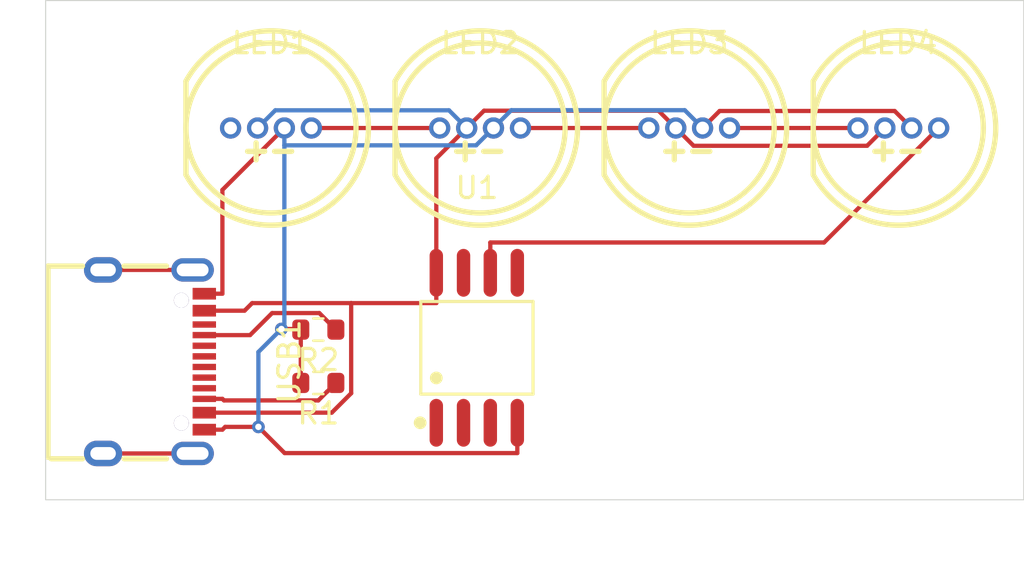
<source format=kicad_pcb>
(kicad_pcb (version 20240108) (generator "pcbnew") (generator_version "8.0")
  (layers (0 "F.Cu" signal) (31 "B.Cu" signal) (34 "B.Paste" user) (35 "F.Paste" user) (36 "B.SilkS" user "B.Silkscreen") (37 "F.SilkS" user "F.Silkscreen") (38 "B.Mask" user) (39 "F.Mask" user) (44 "Edge.Cuts" user))
  (net 0 "")
  (net 2 "+5V")
  (net 3 "Net-(LED1-DIN)")
  (net 4 "GND")
  (net 5 "Net-(LED2-DIN)")
  (net 6 "Net-(LED3-DIN)")
  (net 7 "Net-(LED4-DIN)")
  (net 8 "Net-(USB1-CC2)")
  (net 9 "Net-(USB1-CC1)")
  (net 16 "unconnected-(USB1-SHELL-Pad14)")
  (net 17 "unconnected-(USB1-SHELL-Pad13)")
  (footprint "easyeda2kicad:USB-C-SMD_TYPE-C-6PIN-2MD-073" (layer "F.Cu") (at 75.5825 80 -90)
    (property "Reference" "USB1" (at 0 -6.38 90) (layer "F.SilkS"))
    (property "Value" "TYPE-C 16PIN 2MD(073)")
    (fp_line (start -4.5 4.97) (end -4.5 3.35) (stroke (width 0.25)) (layer "F.SilkS"))
    (fp_line (start 4.5 4.97) (end -4.5 4.97) (stroke (width 0.25)) (layer "F.SilkS"))
    (fp_line (start 4.57 4.82) (end 4.57 3.35) (stroke (width 0.25)) (layer "F.SilkS"))
    (fp_line (start -4.5 1.39) (end -4.5 -0.6) (stroke (width 0.25)) (layer "F.SilkS"))
    (fp_line (start 4.57 1.39) (end 4.57 -0.6) (stroke (width 0.25)) (layer "F.SilkS"))
    (pad "" thru_hole circle (at -2.89 -1.3 270) (size 0.7 0.7) (drill 0.7) (layers "*.Cu" "*.Mask"))
    (pad "" thru_hole circle (at 2.89 -1.3 270) (size 0.7 0.7) (drill 0.7) (layers "*.Cu" "*.Mask"))
    (pad "1" smd rect (at -3.2 -2.38 270) (size 0.55 1.1) (layers "F.Cu" "F.Paste" "F.Mask") (net 4 "GND"))
    (pad "2" smd rect (at -2.4 -2.38 270) (size 0.55 1.1) (layers "F.Cu" "F.Paste" "F.Mask") (net 2 "+5V"))
    (pad "3" smd rect (at -1.75 -2.38 270) (size 0.3 1.1) (layers "F.Cu" "F.Paste" "F.Mask"))
    (pad "4" smd rect (at -1.25 -2.38 270) (size 0.3 1.1) (layers "F.Cu" "F.Paste" "F.Mask") (net 9 "Net-(USB1-CC1)"))
    (pad "5" smd rect (at -0.75 -2.38 270) (size 0.3 1.1) (layers "F.Cu" "F.Paste" "F.Mask"))
    (pad "6" smd rect (at -0.25 -2.38 270) (size 0.3 1.1) (layers "F.Cu" "F.Paste" "F.Mask"))
    (pad "7" smd rect (at 0.25 -2.38 270) (size 0.3 1.1) (layers "F.Cu" "F.Paste" "F.Mask"))
    (pad "8" smd rect (at 0.75 -2.38 270) (size 0.3 1.1) (layers "F.Cu" "F.Paste" "F.Mask"))
    (pad "9" smd rect (at 1.25 -2.38 270) (size 0.3 1.1) (layers "F.Cu" "F.Paste" "F.Mask"))
    (pad "10" smd rect (at 1.75 -2.38 270) (size 0.3 1.1) (layers "F.Cu" "F.Paste" "F.Mask") (net 8 "Net-(USB1-CC2)"))
    (pad "11" smd rect (at 2.4 -2.38 270) (size 0.55 1.1) (layers "F.Cu" "F.Paste" "F.Mask") (net 2 "+5V"))
    (pad "12" smd rect (at 3.2 -2.38 270) (size 0.55 1.1) (layers "F.Cu" "F.Paste" "F.Mask") (net 4 "GND"))
    (pad "13" thru_hole oval (at -4.32 -1.83 270) (size 1.1 2) (drill oval 0.599999 1.499997) (layers "*.Cu" "*.Mask") (net 17 "unconnected-(USB1-SHELL-Pad13)"))
    (pad "13" thru_hole oval (at -4.32 2.38 270) (size 1.2 1.8) (drill oval 0.599999 1.199998) (layers "*.Cu" "*.Mask") (net 17 "unconnected-(USB1-SHELL-Pad13)"))
    (pad "14" thru_hole oval (at 4.32 -1.83 270) (size 1.1 2) (drill oval 0.599999 1.500022) (layers "*.Cu" "*.Mask") (net 16 "unconnected-(USB1-SHELL-Pad14)"))
    (pad "14" thru_hole oval (at 4.32 2.38 270) (size 1.2 1.8) (drill oval 0.599999 1.199998) (layers "*.Cu" "*.Mask") (net 16 "unconnected-(USB1-SHELL-Pad14)"))
  )
  (footprint "easyeda2kicad:LED-TH_WS2812D-F8" (layer "F.Cu") (at 110.6 69)
    (property "Reference" "LED4" (at 0 -4 0) (layer "F.SilkS"))
    (property "Value" "WS2812D-F8")
    (fp_line (start -4 -2.2) (end -4 2.2) (stroke (width 0.25)) (layer "F.SilkS"))
    (fp_line (start -1.1 1.1) (end -0.3 1.1) (stroke (width 0.25)) (layer "F.SilkS"))
    (fp_line (start -0.7 1.5) (end -0.7 0.7) (stroke (width 0.25)) (layer "F.SilkS"))
    (fp_line (start 0.17 1.1) (end 0.97 1.1) (stroke (width 0.25)) (layer "F.SilkS"))
    (fp_arc (start -4 -2.2) (mid 4.583849 -0.001962) (end -3.998111 2.203439) (stroke (width 0.25)) (layer "F.SilkS"))
    (fp_circle (center 0 0) (end 4 0) (stroke (width 0.25)) (fill none) (layer "F.SilkS"))
    (pad "1" thru_hole circle (at -1.9 0) (size 1 1) (drill 0.599999) (layers "*.Cu" "*.Mask") (net 6 "Net-(LED3-DIN)"))
    (pad "2" thru_hole circle (at -0.63 0) (size 1 1) (drill 0.599999) (layers "*.Cu" "*.Mask") (net 2 "+5V"))
    (pad "3" thru_hole circle (at 0.63 0) (size 1 1) (drill 0.599999) (layers "*.Cu" "*.Mask") (net 4 "GND"))
    (pad "4" thru_hole circle (at 1.9 0) (size 1 1) (drill 0.599999) (layers "*.Cu" "*.Mask") (net 7 "Net-(LED4-DIN)"))
  )
  (footprint "easyeda2kicad:LED-TH_WS2812D-F8" (layer "F.Cu") (at 90.9323 69)
    (property "Reference" "LED2" (at 0 -4 0) (layer "F.SilkS"))
    (property "Value" "WS2812D-F8")
    (fp_line (start -4 -2.2) (end -4 2.2) (stroke (width 0.25)) (layer "F.SilkS"))
    (fp_line (start -1.1 1.1) (end -0.3 1.1) (stroke (width 0.25)) (layer "F.SilkS"))
    (fp_line (start -0.7 1.5) (end -0.7 0.7) (stroke (width 0.25)) (layer "F.SilkS"))
    (fp_line (start 0.17 1.1) (end 0.97 1.1) (stroke (width 0.25)) (layer "F.SilkS"))
    (fp_arc (start -4 -2.2) (mid 4.583849 -0.001962) (end -3.998111 2.203439) (stroke (width 0.25)) (layer "F.SilkS"))
    (fp_circle (center 0 0) (end 4 0) (stroke (width 0.25)) (fill none) (layer "F.SilkS"))
    (pad "1" thru_hole circle (at -1.9 0) (size 1 1) (drill 0.599999) (layers "*.Cu" "*.Mask") (net 3 "Net-(LED1-DIN)"))
    (pad "2" thru_hole circle (at -0.63 0) (size 1 1) (drill 0.599999) (layers "*.Cu" "*.Mask") (net 2 "+5V"))
    (pad "3" thru_hole circle (at 0.63 0) (size 1 1) (drill 0.599999) (layers "*.Cu" "*.Mask") (net 4 "GND"))
    (pad "4" thru_hole circle (at 1.9 0) (size 1 1) (drill 0.599999) (layers "*.Cu" "*.Mask") (net 5 "Net-(LED2-DIN)"))
  )
  (footprint "easyeda2kicad:LED-TH_WS2812D-F8" (layer "F.Cu") (at 100.7662 69)
    (property "Reference" "LED3" (at 0 -4 0) (layer "F.SilkS"))
    (property "Value" "WS2812D-F8")
    (fp_line (start -4 -2.2) (end -4 2.2) (stroke (width 0.25)) (layer "F.SilkS"))
    (fp_line (start -1.1 1.1) (end -0.3 1.1) (stroke (width 0.25)) (layer "F.SilkS"))
    (fp_line (start -0.7 1.5) (end -0.7 0.7) (stroke (width 0.25)) (layer "F.SilkS"))
    (fp_line (start 0.17 1.1) (end 0.97 1.1) (stroke (width 0.25)) (layer "F.SilkS"))
    (fp_arc (start -4 -2.2) (mid 4.583849 -0.001962) (end -3.998111 2.203439) (stroke (width 0.25)) (layer "F.SilkS"))
    (fp_circle (center 0 0) (end 4 0) (stroke (width 0.25)) (fill none) (layer "F.SilkS"))
    (pad "1" thru_hole circle (at -1.9 0) (size 1 1) (drill 0.599999) (layers "*.Cu" "*.Mask") (net 5 "Net-(LED2-DIN)"))
    (pad "2" thru_hole circle (at -0.63 0) (size 1 1) (drill 0.599999) (layers "*.Cu" "*.Mask") (net 2 "+5V"))
    (pad "3" thru_hole circle (at 0.63 0) (size 1 1) (drill 0.599999) (layers "*.Cu" "*.Mask") (net 4 "GND"))
    (pad "4" thru_hole circle (at 1.9 0) (size 1 1) (drill 0.599999) (layers "*.Cu" "*.Mask") (net 6 "Net-(LED3-DIN)"))
  )
  (footprint "easyeda2kicad:SOIC-8_L5.3-W5.3-P1.27-LS8.0-BL" (layer "F.Cu") (at 90.7835 79.3461)
    (property "Reference" "U1" (at 0 -7.53 0) (layer "F.SilkS"))
    (property "Value" "ATTINY85-20SU")
    (fp_line (start -2.64 -2.18) (end 2.64 -2.18) (stroke (width 0.15)) (layer "F.SilkS"))
    (fp_line (start -2.64 2.18) (end -2.64 -2.18) (stroke (width 0.15)) (layer "F.SilkS"))
    (fp_line (start 2.64 -2.18) (end 2.64 2.18) (stroke (width 0.15)) (layer "F.SilkS"))
    (fp_line (start 2.64 2.18) (end -2.64 2.18) (stroke (width 0.15)) (layer "F.SilkS"))
    (fp_circle (center -2.67 3.53) (end -2.52 3.53) (stroke (width 0.3)) (fill none) (layer "F.SilkS"))
    (fp_circle (center -1.91 1.42) (end -1.76 1.42) (stroke (width 0.3)) (fill none) (layer "F.SilkS"))
    (pad "1" smd oval (at -1.91 3.53) (size 0.63 2.25) (layers "F.Cu" "F.Paste" "F.Mask"))
    (pad "2" smd oval (at -0.63 3.53) (size 0.63 2.25) (layers "F.Cu" "F.Paste" "F.Mask"))
    (pad "3" smd oval (at 0.63 3.53) (size 0.63 2.25) (layers "F.Cu" "F.Paste" "F.Mask"))
    (pad "4" smd oval (at 1.9 3.53) (size 0.63 2.25) (layers "F.Cu" "F.Paste" "F.Mask") (net 4 "GND"))
    (pad "5" smd oval (at 1.9 -3.53) (size 0.63 2.25) (layers "F.Cu" "F.Paste" "F.Mask"))
    (pad "6" smd oval (at 0.63 -3.53) (size 0.63 2.25) (layers "F.Cu" "F.Paste" "F.Mask") (net 7 "Net-(LED4-DIN)"))
    (pad "7" smd oval (at -0.63 -3.53) (size 0.63 2.25) (layers "F.Cu" "F.Paste" "F.Mask"))
    (pad "8" smd oval (at -1.91 -3.53) (size 0.63 2.25) (layers "F.Cu" "F.Paste" "F.Mask") (net 2 "+5V"))
  )
  (footprint "Resistor_SMD:R_0603_1608Metric" (layer "F.Cu") (at 83.325 78.49 180)
    (property "Reference" "R2" (at 0 -1.43 0) (layer "F.SilkS"))
    (property "Value" "5.11K")
    (fp_line (start -0.237258 0.5225) (end 0.237258 0.5225) (stroke (width 0.12)) (layer "F.SilkS"))
    (fp_line (start -0.237258 -0.5225) (end 0.237258 -0.5225) (stroke (width 0.12)) (layer "F.SilkS"))
    (pad "1" smd roundrect (at -0.825 0 180) (size 0.8 0.95) (layers "F.Cu" "F.Paste" "F.Mask") (net 9 "Net-(USB1-CC1)"))
    (pad "2" smd roundrect (at 0.825 0 180) (size 0.8 0.95) (layers "F.Cu" "F.Paste" "F.Mask") (net 4 "GND"))
  )
  (footprint "Resistor_SMD:R_0603_1608Metric" (layer "F.Cu") (at 83.325 81 180)
    (property "Reference" "R1" (at 0 -1.43 0) (layer "F.SilkS"))
    (property "Value" "5.11K")
    (fp_line (start -0.237258 0.5225) (end 0.237258 0.5225) (stroke (width 0.12)) (layer "F.SilkS"))
    (fp_line (start -0.237258 -0.5225) (end 0.237258 -0.5225) (stroke (width 0.12)) (layer "F.SilkS"))
    (pad "1" smd roundrect (at -0.825 0 180) (size 0.8 0.95) (layers "F.Cu" "F.Paste" "F.Mask") (net 8 "Net-(USB1-CC2)"))
    (pad "2" smd roundrect (at 0.825 0 180) (size 0.8 0.95) (layers "F.Cu" "F.Paste" "F.Mask") (net 4 "GND"))
  )
  (footprint "easyeda2kicad:LED-TH_WS2812D-F8" (layer "F.Cu") (at 81.0985 69)
    (property "Reference" "LED1" (at 0 -4 0) (layer "F.SilkS"))
    (property "Value" "WS2812D-F8")
    (fp_line (start -4 -2.2) (end -4 2.2) (stroke (width 0.25)) (layer "F.SilkS"))
    (fp_line (start -1.1 1.1) (end -0.3 1.1) (stroke (width 0.25)) (layer "F.SilkS"))
    (fp_line (start -0.7 1.5) (end -0.7 0.7) (stroke (width 0.25)) (layer "F.SilkS"))
    (fp_line (start 0.17 1.1) (end 0.97 1.1) (stroke (width 0.25)) (layer "F.SilkS"))
    (fp_arc (start -4 -2.2) (mid 4.583849 -0.001962) (end -3.998111 2.203439) (stroke (width 0.25)) (layer "F.SilkS"))
    (fp_circle (center 0 0) (end 4 0) (stroke (width 0.25)) (fill none) (layer "F.SilkS"))
    (pad "1" thru_hole circle (at -1.9 0) (size 1 1) (drill 0.599999) (layers "*.Cu" "*.Mask"))
    (pad "2" thru_hole circle (at -0.63 0) (size 1 1) (drill 0.599999) (layers "*.Cu" "*.Mask") (net 2 "+5V"))
    (pad "3" thru_hole circle (at 0.63 0) (size 1 1) (drill 0.599999) (layers "*.Cu" "*.Mask") (net 4 "GND"))
    (pad "4" thru_hole circle (at 1.9 0) (size 1 1) (drill 0.599999) (layers "*.Cu" "*.Mask") (net 3 "Net-(LED1-DIN)"))
  )
  (gr_rect (start 70.5 63) (end 116.5 86.5) (stroke (width 0.05)) (fill none) (layer "Edge.Cuts"))
  (segment (start 84.8698 77.2428) (end 84.8698 81.4865) (width 0.2) (layer "F.Cu") (net 2))
  (segment (start 99.3219 68.1857) (end 100.1362 69) (width 0.2) (layer "F.Cu") (net 2))
  (segment (start 109.1327 69.8373) (end 109.97 69) (width 0.2) (layer "F.Cu") (net 2))
  (segment (start 100.1362 69) (end 100.9735 69.8373) (width 0.2) (layer "F.Cu") (net 2))
  (segment (start 79.8556 77.6) (end 77.9625 77.6) (width 0.2) (layer "F.Cu") (net 2))
  (segment (start 84.8698 77.2428) (end 80.2128 77.2428) (width 0.2) (layer "F.Cu") (net 2))
  (segment (start 88.8735 75.8161) (end 88.8735 70.4288) (width 0.2) (layer "F.Cu") (net 2))
  (segment (start 84.8698 81.4865) (end 83.9563 82.4) (width 0.2) (layer "F.Cu") (net 2))
  (segment (start 88.8735 70.4288) (end 90.3023 69) (width 0.2) (layer "F.Cu") (net 2))
  (segment (start 88.8735 77.2428) (end 84.8698 77.2428) (width 0.2) (layer "F.Cu") (net 2))
  (segment (start 88.8735 75.8161) (end 88.8735 77.2428) (width 0.2) (layer "F.Cu") (net 2))
  (segment (start 83.9563 82.4) (end 77.9625 82.4) (width 0.2) (layer "F.Cu") (net 2))
  (segment (start 91.1166 68.1857) (end 99.3219 68.1857) (width 0.2) (layer "F.Cu") (net 2))
  (segment (start 100.9735 69.8373) (end 109.1327 69.8373) (width 0.2) (layer "F.Cu") (net 2))
  (segment (start 90.3023 69) (end 91.1166 68.1857) (width 0.2) (layer "F.Cu") (net 2))
  (segment (start 80.2128 77.2428) (end 79.8556 77.6) (width 0.2) (layer "F.Cu") (net 2))
  (segment (start 81.3011 68.1674) (end 89.4697 68.1674) (width 0.2) (layer "B.Cu") (net 2))
  (segment (start 80.4685 69) (end 81.3011 68.1674) (width 0.2) (layer "B.Cu") (net 2))
  (segment (start 89.4697 68.1674) (end 90.3023 69) (width 0.2) (layer "B.Cu") (net 2))
  (segment (start 82.9985 69) (end 89.0323 69) (width 0.2) (layer "F.Cu") (net 3))
  (segment (start 92.6835 82.8761) (end 92.6835 84.3028) (width 0.2) (layer "F.Cu") (net 4))
  (segment (start 81.5894 78.4609) (end 82.4709 78.4609) (width 0.2) (layer "F.Cu") (net 4))
  (segment (start 81.7404 84.3028) (end 80.5063 83.0687) (width 0.2) (layer "F.Cu") (net 4))
  (segment (start 78.8142 71.9143) (end 81.7285 69) (width 0.2) (layer "F.Cu") (net 4))
  (segment (start 77.9625 83.2) (end 78.8142 83.2) (width 0.2) (layer "F.Cu") (net 4))
  (segment (start 78.8142 76.8) (end 78.8142 71.9143) (width 0.2) (layer "F.Cu") (net 4))
  (segment (start 82.4709 78.4609) (end 82.5 78.49) (width 0.2) (layer "F.Cu") (net 4))
  (segment (start 111.23 69) (end 110.4283 68.1983) (width 0.2) (layer "F.Cu") (net 4))
  (segment (start 80.5063 83.0687) (end 78.9455 83.0687) (width 0.2) (layer "F.Cu") (net 4))
  (segment (start 82.5 81) (end 82.5 78.49) (width 0.2) (layer "F.Cu") (net 4))
  (segment (start 78.9455 83.0687) (end 78.8142 83.2) (width 0.2) (layer "F.Cu") (net 4))
  (segment (start 92.6835 84.3028) (end 81.7404 84.3028) (width 0.2) (layer "F.Cu") (net 4))
  (segment (start 110.4283 68.1983) (end 102.1979 68.1983) (width 0.2) (layer "F.Cu") (net 4))
  (segment (start 77.9625 76.8) (end 78.8142 76.8) (width 0.2) (layer "F.Cu") (net 4))
  (segment (start 102.1979 68.1983) (end 101.3962 69) (width 0.2) (layer "F.Cu") (net 4))
  (via (at 80.5063 83.0687) (size 0.6) (drill 0.3) (layers "F.Cu" "B.Cu") (net 4))
  (via (at 81.5894 78.4609) (size 0.6) (drill 0.3) (layers "F.Cu" "B.Cu") (net 4))
  (segment (start 81.7285 69.8159) (end 90.7464 69.8159) (width 0.2) (layer "B.Cu") (net 4))
  (segment (start 80.5063 79.544) (end 80.5063 83.0687) (width 0.2) (layer "B.Cu") (net 4))
  (segment (start 100.5586 68.1624) (end 101.3962 69) (width 0.2) (layer "B.Cu") (net 4))
  (segment (start 81.7285 69) (end 81.7285 69.8159) (width 0.2) (layer "B.Cu") (net 4))
  (segment (start 92.3999 68.1624) (end 100.5586 68.1624) (width 0.2) (layer "B.Cu") (net 4))
  (segment (start 90.7464 69.8159) (end 91.5623 69) (width 0.2) (layer "B.Cu") (net 4))
  (segment (start 81.7285 69.8159) (end 81.7285 78.3218) (width 0.2) (layer "B.Cu") (net 4))
  (segment (start 81.5894 78.4609) (end 80.5063 79.544) (width 0.2) (layer "B.Cu") (net 4))
  (segment (start 81.7285 78.3218) (end 81.5894 78.4609) (width 0.2) (layer "B.Cu") (net 4))
  (segment (start 91.5623 69) (end 92.3999 68.1624) (width 0.2) (layer "B.Cu") (net 4))
  (segment (start 92.8323 69) (end 98.8662 69) (width 0.2) (layer "F.Cu") (net 5))
  (segment (start 102.6662 69) (end 108.7 69) (width 0.2) (layer "F.Cu") (net 6))
  (segment (start 112.5 69) (end 107.1106 74.3894) (width 0.2) (layer "F.Cu") (net 7))
  (segment (start 107.1106 74.3894) (end 91.4135 74.3894) (width 0.2) (layer "F.Cu") (net 7))
  (segment (start 91.4135 75.8161) (end 91.4135 74.3894) (width 0.2) (layer "F.Cu") (net 7))
  (segment (start 83.7265 81.4214) (end 83.3246 81.8233) (width 0.2) (layer "F.Cu") (net 8))
  (segment (start 77.9625 81.75) (end 78.8142 81.75) (width 0.2) (layer "F.Cu") (net 8))
  (segment (start 83.7286 81.4214) (end 83.7265 81.4214) (width 0.2) (layer "F.Cu") (net 8))
  (segment (start 83.3246 81.8233) (end 78.8875 81.8233) (width 0.2) (layer "F.Cu") (net 8))
  (segment (start 84.15 81) (end 83.7286 81.4214) (width 0.2) (layer "F.Cu") (net 8))
  (segment (start 78.8875 81.8233) (end 78.8142 81.75) (width 0.2) (layer "F.Cu") (net 8))
  (segment (start 81.1511 77.7125) (end 80.1136 78.75) (width 0.2) (layer "F.Cu") (net 9))
  (segment (start 80.1136 78.75) (end 77.9625 78.75) (width 0.2) (layer "F.Cu") (net 9))
  (segment (start 83.3725 77.7125) (end 81.1511 77.7125) (width 0.2) (layer "F.Cu") (net 9))
  (segment (start 84.15 78.49) (end 83.3725 77.7125) (width 0.2) (layer "F.Cu") (net 9))
  (segment (start 73.2025 84.32) (end 77.4125 84.32) (width 0.2) (layer "F.Cu") (net 16))
  (segment (start 73.2025 75.68) (end 77.4125 75.68) (width 0.2) (layer "F.Cu") (net 17))
)
</source>
